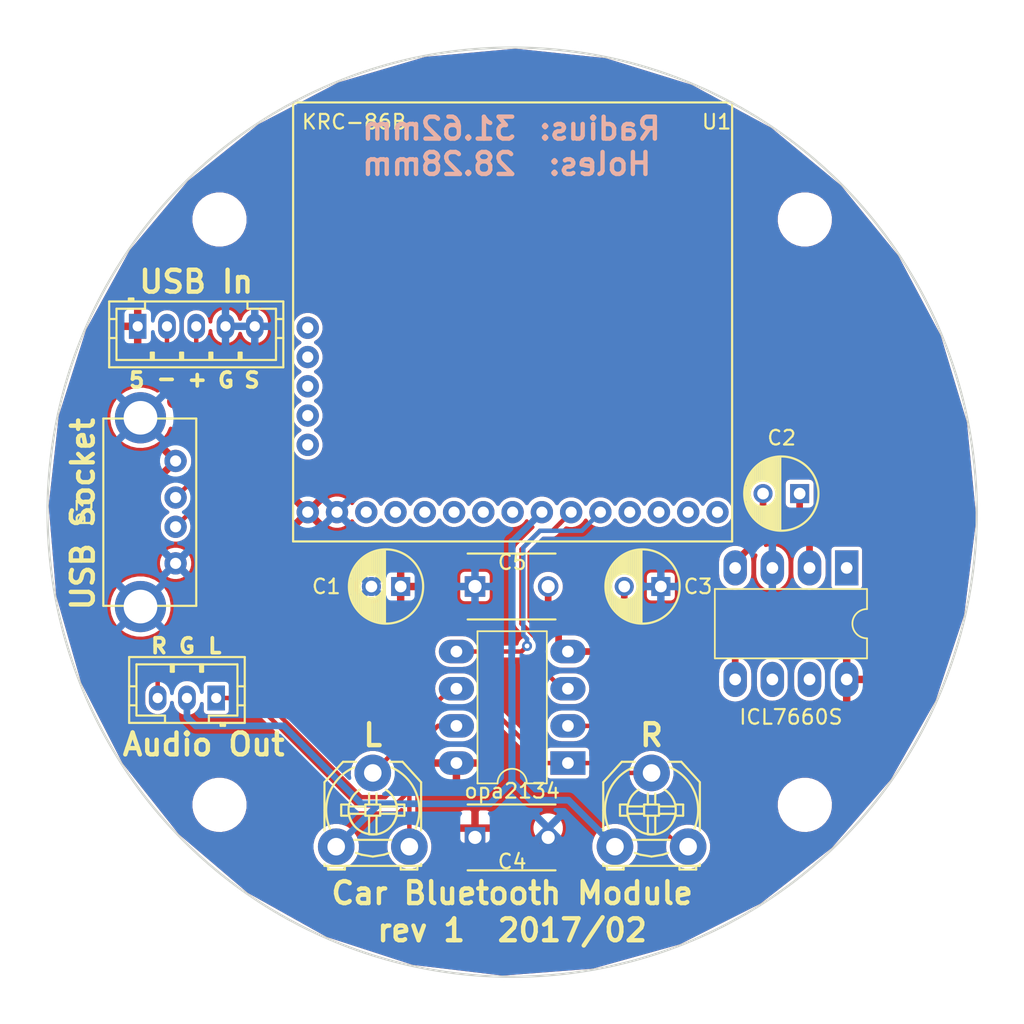
<source format=kicad_pcb>
(kicad_pcb (version 4) (host pcbnew 4.0.5)
  (layers (0 F.Cu signal) (31 B.Cu signal) (34 B.Paste user) (35 F.Paste user) (36 B.SilkS user) (37 F.SilkS user) (38 B.Mask user) (39 F.Mask user) (44 Edge.Cuts user))
  (net 0 "")
  (net 1 +5V)
  (net 2 GND)
  (net 3 "Net-(C2-Pad1)")
  (net 4 "Net-(C2-Pad2)")
  (net 5 -5V)
  (net 6 "Net-(RV1-Pad2)")
  (net 7 OUT_R)
  (net 8 AGND)
  (net 9 "Net-(RV2-Pad2)")
  (net 10 OUT_L)
  (net 11 INT_R)
  (net 12 INT_L)
  (net 13 /D-)
  (net 14 /D+)
  (module Housings_DIP:DIP-8_W7.62mm_LongPads (layer F.Cu) (at 98.81 112.145 180)
    (fp_text reference U3 hide)
    (fp_text value opa2134 (at 3.81 -1.905 360) (layer F.SilkS))
    (fp_arc (start 3.81 -1.39) (end 2.81 -1.39) (angle -180) (layer F.SilkS) (width 0.12))
    (fp_line (start 2.81 -1.39) (end 1.44 -1.39) (layer F.SilkS) (width 0.12))
    (fp_line (start 1.44 -1.39) (end 1.44 9.01) (layer F.SilkS) (width 0.12))
    (fp_line (start 1.44 9.01) (end 6.18 9.01) (layer F.SilkS) (width 0.12))
    (fp_line (start 6.18 9.01) (end 6.18 -1.39) (layer F.SilkS) (width 0.12))
    (fp_line (start 6.18 -1.39) (end 4.81 -1.39) (layer F.SilkS) (width 0.12))
    (pad 1 thru_hole rect (at 0 0 180) (size 2.4 1.6) (drill 0.8) (layers *.Cu *.Mask) (net 7 OUT_R))
    (pad 5 thru_hole oval (at 7.62 7.62 180) (size 2.4 1.6) (drill 0.8) (layers *.Cu *.Mask) (net 12 INT_L))
    (pad 2 thru_hole oval (at 0 2.54 180) (size 2.4 1.6) (drill 0.8) (layers *.Cu *.Mask) (net 6 "Net-(RV1-Pad2)"))
    (pad 6 thru_hole oval (at 7.62 5.08 180) (size 2.4 1.6) (drill 0.8) (layers *.Cu *.Mask) (net 9 "Net-(RV2-Pad2)"))
    (pad 3 thru_hole oval (at 0 5.08 180) (size 2.4 1.6) (drill 0.8) (layers *.Cu *.Mask) (net 11 INT_R))
    (pad 7 thru_hole oval (at 7.62 2.54 180) (size 2.4 1.6) (drill 0.8) (layers *.Cu *.Mask) (net 10 OUT_L))
    (pad 4 thru_hole oval (at 0 7.62 180) (size 2.4 1.6) (drill 0.8) (layers *.Cu *.Mask) (net 5 -5V))
    (pad 8 thru_hole oval (at 7.62 0 180) (size 2.4 1.6) (drill 0.8) (layers *.Cu *.Mask) (net 1 +5V))
  )
  (module Connectors_JST:JST_PH_B3B-PH-K_03x2.00mm_Straight (layer F.Cu) (at 74.775 107.7 180)
    (fp_text reference P1 hide)
    (fp_text value CONN_01X03 hide)
    (fp_line (start -1.95 2.8) (end -1.95 -1.7) (layer F.SilkS) (width 0.15))
    (fp_line (start -1.95 -1.7) (end 5.95 -1.7) (layer F.SilkS) (width 0.15))
    (fp_line (start 5.95 -1.7) (end 5.95 2.8) (layer F.SilkS) (width 0.15))
    (fp_line (start 5.95 2.8) (end -1.95 2.8) (layer F.SilkS) (width 0.15))
    (fp_line (start 0.5 -1.7) (end 0.5 -1.2) (layer F.SilkS) (width 0.15))
    (fp_line (start 0.5 -1.2) (end -1.45 -1.2) (layer F.SilkS) (width 0.15))
    (fp_line (start -1.45 -1.2) (end -1.45 2.3) (layer F.SilkS) (width 0.15))
    (fp_line (start -1.45 2.3) (end 5.45 2.3) (layer F.SilkS) (width 0.15))
    (fp_line (start 5.45 2.3) (end 5.45 -1.2) (layer F.SilkS) (width 0.15))
    (fp_line (start 5.45 -1.2) (end 3.5 -1.2) (layer F.SilkS) (width 0.15))
    (fp_line (start 3.5 -1.2) (end 3.5 -1.7) (layer F.SilkS) (width 0.15))
    (fp_line (start -1.95 -0.5) (end -1.45 -0.5) (layer F.SilkS) (width 0.15))
    (fp_line (start -1.95 0.8) (end -1.45 0.8) (layer F.SilkS) (width 0.15))
    (fp_line (start 5.45 -0.5) (end 5.95 -0.5) (layer F.SilkS) (width 0.15))
    (fp_line (start 5.45 0.8) (end 5.95 0.8) (layer F.SilkS) (width 0.15))
    (fp_line (start -0.3 -1.7) (end -0.3 -1.9) (layer F.SilkS) (width 0.15))
    (fp_line (start -0.3 -1.9) (end -0.6 -1.9) (layer F.SilkS) (width 0.15))
    (fp_line (start -0.6 -1.9) (end -0.6 -1.7) (layer F.SilkS) (width 0.15))
    (fp_line (start -0.3 -1.8) (end -0.6 -1.8) (layer F.SilkS) (width 0.15))
    (fp_line (start 0.9 2.3) (end 0.9 1.8) (layer F.SilkS) (width 0.15))
    (fp_line (start 0.9 1.8) (end 1.1 1.8) (layer F.SilkS) (width 0.15))
    (fp_line (start 1.1 1.8) (end 1.1 2.3) (layer F.SilkS) (width 0.15))
    (fp_line (start 1 2.3) (end 1 1.8) (layer F.SilkS) (width 0.15))
    (fp_line (start 2.9 2.3) (end 2.9 1.8) (layer F.SilkS) (width 0.15))
    (fp_line (start 2.9 1.8) (end 3.1 1.8) (layer F.SilkS) (width 0.15))
    (fp_line (start 3.1 1.8) (end 3.1 2.3) (layer F.SilkS) (width 0.15))
    (fp_line (start 3 2.3) (end 3 1.8) (layer F.SilkS) (width 0.15))
    (pad 1 thru_hole rect (at 0 0 180) (size 1.2 1.7) (drill 0.7) (layers *.Cu *.Mask) (net 10 OUT_L))
    (pad 2 thru_hole oval (at 2 0 180) (size 1.2 1.7) (drill 0.7) (layers *.Cu *.Mask) (net 8 AGND))
    (pad 3 thru_hole oval (at 4 0 180) (size 1.2 1.7) (drill 0.7) (layers *.Cu *.Mask) (net 7 OUT_R))
  )
  (module Mounting_Holes:MountingHole_3.2mm_M3 (layer F.Cu) (at 75 115)
    (fp_text reference REF** hide)
    (fp_text value MountingHole_3.2mm_M3 hide)
    (pad 1 np_thru_hole circle (at 0 0) (size 3.2 3.2) (drill 3.2) (layers *.Cu *.Mask))
  )
  (module Mounting_Holes:MountingHole_3.2mm_M3 (layer F.Cu) (at 115 115)
    (fp_text reference REF** hide)
    (fp_text value MountingHole_3.2mm_M3 hide)
    (pad 1 np_thru_hole circle (at 0 0) (size 3.2 3.2) (drill 3.2) (layers *.Cu *.Mask))
  )
  (module Mounting_Holes:MountingHole_3.2mm_M3 (layer F.Cu) (at 115 75)
    (fp_text reference REF** hide)
    (fp_text value MountingHole_3.2mm_M3 hide)
    (pad 1 np_thru_hole circle (at 0 0) (size 3.2 3.2) (drill 3.2) (layers *.Cu *.Mask))
  )
  (module Capacitors_ThroughHole:C_Radial_D5_L11_P2.5 (layer F.Cu) (at 105.16 100.08 180)
    (fp_text reference C3 (at -2.54 0 180) (layer F.SilkS))
    (fp_text value 10u hide)
    (fp_line (start 1.325 -2.499) (end 1.325 2.499) (layer F.SilkS) (width 0.15))
    (fp_line (start 1.465 -2.491) (end 1.465 2.491) (layer F.SilkS) (width 0.15))
    (fp_line (start 1.605 -2.475) (end 1.605 -0.095) (layer F.SilkS) (width 0.15))
    (fp_line (start 1.605 0.095) (end 1.605 2.475) (layer F.SilkS) (width 0.15))
    (fp_line (start 1.745 -2.451) (end 1.745 -0.49) (layer F.SilkS) (width 0.15))
    (fp_line (start 1.745 0.49) (end 1.745 2.451) (layer F.SilkS) (width 0.15))
    (fp_line (start 1.885 -2.418) (end 1.885 -0.657) (layer F.SilkS) (width 0.15))
    (fp_line (start 1.885 0.657) (end 1.885 2.418) (layer F.SilkS) (width 0.15))
    (fp_line (start 2.025 -2.377) (end 2.025 -0.764) (layer F.SilkS) (width 0.15))
    (fp_line (start 2.025 0.764) (end 2.025 2.377) (layer F.SilkS) (width 0.15))
    (fp_line (start 2.165 -2.327) (end 2.165 -0.835) (layer F.SilkS) (width 0.15))
    (fp_line (start 2.165 0.835) (end 2.165 2.327) (layer F.SilkS) (width 0.15))
    (fp_line (start 2.305 -2.266) (end 2.305 -0.879) (layer F.SilkS) (width 0.15))
    (fp_line (start 2.305 0.879) (end 2.305 2.266) (layer F.SilkS) (width 0.15))
    (fp_line (start 2.445 -2.196) (end 2.445 -0.898) (layer F.SilkS) (width 0.15))
    (fp_line (start 2.445 0.898) (end 2.445 2.196) (layer F.SilkS) (width 0.15))
    (fp_line (start 2.585 -2.114) (end 2.585 -0.896) (layer F.SilkS) (width 0.15))
    (fp_line (start 2.585 0.896) (end 2.585 2.114) (layer F.SilkS) (width 0.15))
    (fp_line (start 2.725 -2.019) (end 2.725 -0.871) (layer F.SilkS) (width 0.15))
    (fp_line (start 2.725 0.871) (end 2.725 2.019) (layer F.SilkS) (width 0.15))
    (fp_line (start 2.865 -1.908) (end 2.865 -0.823) (layer F.SilkS) (width 0.15))
    (fp_line (start 2.865 0.823) (end 2.865 1.908) (layer F.SilkS) (width 0.15))
    (fp_line (start 3.005 -1.78) (end 3.005 -0.745) (layer F.SilkS) (width 0.15))
    (fp_line (start 3.005 0.745) (end 3.005 1.78) (layer F.SilkS) (width 0.15))
    (fp_line (start 3.145 -1.631) (end 3.145 -0.628) (layer F.SilkS) (width 0.15))
    (fp_line (start 3.145 0.628) (end 3.145 1.631) (layer F.SilkS) (width 0.15))
    (fp_line (start 3.285 -1.452) (end 3.285 -0.44) (layer F.SilkS) (width 0.15))
    (fp_line (start 3.285 0.44) (end 3.285 1.452) (layer F.SilkS) (width 0.15))
    (fp_line (start 3.425 -1.233) (end 3.425 1.233) (layer F.SilkS) (width 0.15))
    (fp_line (start 3.565 -0.944) (end 3.565 0.944) (layer F.SilkS) (width 0.15))
    (fp_line (start 3.705 -0.472) (end 3.705 0.472) (layer F.SilkS) (width 0.15))
    (fp_circle (center 2.5 0) (end 2.5 -0.9) (layer F.SilkS) (width 0.15))
    (fp_circle (center 1.25 0) (end 1.25 -2.5375) (layer F.SilkS) (width 0.15))
    (pad 1 thru_hole rect (at 0 0 180) (size 1.3 1.3) (drill 0.8) (layers *.Cu *.Mask) (net 2 GND))
    (pad 2 thru_hole circle (at 2.5 0 180) (size 1.3 1.3) (drill 0.8) (layers *.Cu *.Mask) (net 5 -5V))
  )
  (module BTA:KRC-86B (layer F.Cu) (at 81.03 95)
    (fp_text reference U1 (at 27.94 -26.67) (layer F.SilkS))
    (fp_text value KRC-86B (at 3.175 -26.67) (layer F.SilkS))
    (fp_line (start -1 2) (end 29 2) (layer F.SilkS) (width 0.15))
    (fp_line (start 29 2) (end 29 -28) (layer F.SilkS) (width 0.15))
    (fp_line (start 29 -28) (end -1 -28) (layer F.SilkS) (width 0.15))
    (fp_line (start -1 -28) (end -1 2) (layer F.SilkS) (width 0.15))
    (pad 1 thru_hole circle (at 0 0) (size 1.524 1.524) (drill 0.762) (layers *.Cu *.Mask) (net 1 +5V))
    (pad 2 thru_hole circle (at 2 0) (size 1.524 1.524) (drill 0.762) (layers *.Cu *.Mask) (net 2 GND))
    (pad 3 thru_hole circle (at 4 0) (size 1.524 1.524) (drill 0.762) (layers *.Cu *.Mask))
    (pad 4 thru_hole circle (at 6 0) (size 1.524 1.524) (drill 0.762) (layers *.Cu *.Mask))
    (pad 5 thru_hole circle (at 8 0) (size 1.524 1.524) (drill 0.762) (layers *.Cu *.Mask))
    (pad 6 thru_hole circle (at 10 0) (size 1.524 1.524) (drill 0.762) (layers *.Cu *.Mask))
    (pad 7 thru_hole circle (at 12 0) (size 1.524 1.524) (drill 0.762) (layers *.Cu *.Mask))
    (pad 8 thru_hole circle (at 14 0) (size 1.524 1.524) (drill 0.762) (layers *.Cu *.Mask))
    (pad 9 thru_hole circle (at 16 0) (size 1.524 1.524) (drill 0.762) (layers *.Cu *.Mask) (net 8 AGND))
    (pad 10 thru_hole circle (at 18 0) (size 1.524 1.524) (drill 0.762) (layers *.Cu *.Mask) (net 11 INT_R))
    (pad 11 thru_hole circle (at 20 0) (size 1.524 1.524) (drill 0.762) (layers *.Cu *.Mask) (net 12 INT_L))
    (pad 12 thru_hole circle (at 22 0) (size 1.524 1.524) (drill 0.762) (layers *.Cu *.Mask))
    (pad 13 thru_hole circle (at 24 0) (size 1.524 1.524) (drill 0.762) (layers *.Cu *.Mask))
    (pad 14 thru_hole circle (at 26 0) (size 1.524 1.524) (drill 0.762) (layers *.Cu *.Mask))
    (pad 15 thru_hole circle (at 28 0) (size 1.524 1.524) (drill 0.762) (layers *.Cu *.Mask))
    (pad 20 thru_hole circle (at 0 -4.6) (size 1.524 1.524) (drill 0.762) (layers *.Cu *.Mask))
    (pad 19 thru_hole circle (at 0 -6.6) (size 1.524 1.524) (drill 0.762) (layers *.Cu *.Mask))
    (pad 18 thru_hole circle (at 0 -8.6) (size 1.524 1.524) (drill 0.762) (layers *.Cu *.Mask))
    (pad 17 thru_hole circle (at 0 -10.6) (size 1.524 1.524) (drill 0.762) (layers *.Cu *.Mask))
    (pad 16 thru_hole circle (at 0 -12.6) (size 1.524 1.524) (drill 0.762) (layers *.Cu *.Mask))
  )
  (module Capacitors_ThroughHole:C_Disc_D6_P5 (layer F.Cu) (at 92.46 100.08)
    (fp_text reference C5 (at 2.54 -1.651 180) (layer F.SilkS))
    (fp_text value 1u hide)
    (fp_line (start -0.5 -2.25) (end 5.5 -2.25) (layer F.SilkS) (width 0.15))
    (fp_line (start 5.5 2.25) (end -0.5 2.25) (layer F.SilkS) (width 0.15))
    (pad 1 thru_hole rect (at 0 0) (size 1.4 1.4) (drill 0.9) (layers *.Cu *.Mask) (net 2 GND))
    (pad 2 thru_hole circle (at 5 0) (size 1.4 1.4) (drill 0.9) (layers *.Cu *.Mask) (net 5 -5V))
  )
  (module Capacitors_ThroughHole:C_Radial_D5_L11_P2 (layer F.Cu) (at 87.38 100.08 180)
    (fp_text reference C1 (at 5.08 0 360) (layer F.SilkS))
    (fp_text value 470u hide)
    (fp_line (start 1.075 -2.499) (end 1.075 2.499) (layer F.SilkS) (width 0.15))
    (fp_line (start 1.215 -2.491) (end 1.215 -0.154) (layer F.SilkS) (width 0.15))
    (fp_line (start 1.215 0.154) (end 1.215 2.491) (layer F.SilkS) (width 0.15))
    (fp_line (start 1.355 -2.475) (end 1.355 -0.473) (layer F.SilkS) (width 0.15))
    (fp_line (start 1.355 0.473) (end 1.355 2.475) (layer F.SilkS) (width 0.15))
    (fp_line (start 1.495 -2.451) (end 1.495 -0.62) (layer F.SilkS) (width 0.15))
    (fp_line (start 1.495 0.62) (end 1.495 2.451) (layer F.SilkS) (width 0.15))
    (fp_line (start 1.635 -2.418) (end 1.635 -0.712) (layer F.SilkS) (width 0.15))
    (fp_line (start 1.635 0.712) (end 1.635 2.418) (layer F.SilkS) (width 0.15))
    (fp_line (start 1.775 -2.377) (end 1.775 -0.768) (layer F.SilkS) (width 0.15))
    (fp_line (start 1.775 0.768) (end 1.775 2.377) (layer F.SilkS) (width 0.15))
    (fp_line (start 1.915 -2.327) (end 1.915 -0.795) (layer F.SilkS) (width 0.15))
    (fp_line (start 1.915 0.795) (end 1.915 2.327) (layer F.SilkS) (width 0.15))
    (fp_line (start 2.055 -2.266) (end 2.055 -0.798) (layer F.SilkS) (width 0.15))
    (fp_line (start 2.055 0.798) (end 2.055 2.266) (layer F.SilkS) (width 0.15))
    (fp_line (start 2.195 -2.196) (end 2.195 -0.776) (layer F.SilkS) (width 0.15))
    (fp_line (start 2.195 0.776) (end 2.195 2.196) (layer F.SilkS) (width 0.15))
    (fp_line (start 2.335 -2.114) (end 2.335 -0.726) (layer F.SilkS) (width 0.15))
    (fp_line (start 2.335 0.726) (end 2.335 2.114) (layer F.SilkS) (width 0.15))
    (fp_line (start 2.475 -2.019) (end 2.475 -0.644) (layer F.SilkS) (width 0.15))
    (fp_line (start 2.475 0.644) (end 2.475 2.019) (layer F.SilkS) (width 0.15))
    (fp_line (start 2.615 -1.908) (end 2.615 -0.512) (layer F.SilkS) (width 0.15))
    (fp_line (start 2.615 0.512) (end 2.615 1.908) (layer F.SilkS) (width 0.15))
    (fp_line (start 2.755 -1.78) (end 2.755 -0.265) (layer F.SilkS) (width 0.15))
    (fp_line (start 2.755 0.265) (end 2.755 1.78) (layer F.SilkS) (width 0.15))
    (fp_line (start 2.895 -1.631) (end 2.895 1.631) (layer F.SilkS) (width 0.15))
    (fp_line (start 3.035 -1.452) (end 3.035 1.452) (layer F.SilkS) (width 0.15))
    (fp_line (start 3.175 -1.233) (end 3.175 1.233) (layer F.SilkS) (width 0.15))
    (fp_line (start 3.315 -0.944) (end 3.315 0.944) (layer F.SilkS) (width 0.15))
    (fp_line (start 3.455 -0.472) (end 3.455 0.472) (layer F.SilkS) (width 0.15))
    (fp_circle (center 2 0) (end 2 -0.8) (layer F.SilkS) (width 0.15))
    (fp_circle (center 1 0) (end 1 -2.5375) (layer F.SilkS) (width 0.15))
    (pad 1 thru_hole rect (at 0 0 180) (size 1.3 1.3) (drill 0.8) (layers *.Cu *.Mask) (net 1 +5V))
    (pad 2 thru_hole circle (at 2 0 180) (size 1.3 1.3) (drill 0.8) (layers *.Cu *.Mask) (net 2 GND))
  )
  (module Capacitors_ThroughHole:C_Disc_D6_P5 (layer F.Cu) (at 92.46 117.225)
    (fp_text reference C4 (at 2.54 1.651 180) (layer F.SilkS))
    (fp_text value 1u hide)
    (fp_line (start -0.5 -2.25) (end 5.5 -2.25) (layer F.SilkS) (width 0.15))
    (fp_line (start 5.5 2.25) (end -0.5 2.25) (layer F.SilkS) (width 0.15))
    (pad 1 thru_hole rect (at 0 0) (size 1.4 1.4) (drill 0.9) (layers *.Cu *.Mask) (net 1 +5V))
    (pad 2 thru_hole circle (at 5 0) (size 1.4 1.4) (drill 0.9) (layers *.Cu *.Mask) (net 2 GND))
  )
  (module Connectors_JST:JST_PH_B5B-PH-K_05x2.00mm_Straight (layer F.Cu) (at 69.41 82.3)
    (fp_text reference P2 hide)
    (fp_text value USB_B hide)
    (fp_line (start -1.95 2.8) (end -1.95 -1.7) (layer F.SilkS) (width 0.15))
    (fp_line (start -1.95 -1.7) (end 9.95 -1.7) (layer F.SilkS) (width 0.15))
    (fp_line (start 9.95 -1.7) (end 9.95 2.8) (layer F.SilkS) (width 0.15))
    (fp_line (start 9.95 2.8) (end -1.95 2.8) (layer F.SilkS) (width 0.15))
    (fp_line (start 0.5 -1.7) (end 0.5 -1.2) (layer F.SilkS) (width 0.15))
    (fp_line (start 0.5 -1.2) (end -1.45 -1.2) (layer F.SilkS) (width 0.15))
    (fp_line (start -1.45 -1.2) (end -1.45 2.3) (layer F.SilkS) (width 0.15))
    (fp_line (start -1.45 2.3) (end 9.45 2.3) (layer F.SilkS) (width 0.15))
    (fp_line (start 9.45 2.3) (end 9.45 -1.2) (layer F.SilkS) (width 0.15))
    (fp_line (start 9.45 -1.2) (end 7.5 -1.2) (layer F.SilkS) (width 0.15))
    (fp_line (start 7.5 -1.2) (end 7.5 -1.7) (layer F.SilkS) (width 0.15))
    (fp_line (start -1.95 -0.5) (end -1.45 -0.5) (layer F.SilkS) (width 0.15))
    (fp_line (start -1.95 0.8) (end -1.45 0.8) (layer F.SilkS) (width 0.15))
    (fp_line (start 9.45 -0.5) (end 9.95 -0.5) (layer F.SilkS) (width 0.15))
    (fp_line (start 9.45 0.8) (end 9.95 0.8) (layer F.SilkS) (width 0.15))
    (fp_line (start -0.3 -1.7) (end -0.3 -1.9) (layer F.SilkS) (width 0.15))
    (fp_line (start -0.3 -1.9) (end -0.6 -1.9) (layer F.SilkS) (width 0.15))
    (fp_line (start -0.6 -1.9) (end -0.6 -1.7) (layer F.SilkS) (width 0.15))
    (fp_line (start -0.3 -1.8) (end -0.6 -1.8) (layer F.SilkS) (width 0.15))
    (fp_line (start 0.9 2.3) (end 0.9 1.8) (layer F.SilkS) (width 0.15))
    (fp_line (start 0.9 1.8) (end 1.1 1.8) (layer F.SilkS) (width 0.15))
    (fp_line (start 1.1 1.8) (end 1.1 2.3) (layer F.SilkS) (width 0.15))
    (fp_line (start 1 2.3) (end 1 1.8) (layer F.SilkS) (width 0.15))
    (fp_line (start 2.9 2.3) (end 2.9 1.8) (layer F.SilkS) (width 0.15))
    (fp_line (start 2.9 1.8) (end 3.1 1.8) (layer F.SilkS) (width 0.15))
    (fp_line (start 3.1 1.8) (end 3.1 2.3) (layer F.SilkS) (width 0.15))
    (fp_line (start 3 2.3) (end 3 1.8) (layer F.SilkS) (width 0.15))
    (fp_line (start 4.9 2.3) (end 4.9 1.8) (layer F.SilkS) (width 0.15))
    (fp_line (start 4.9 1.8) (end 5.1 1.8) (layer F.SilkS) (width 0.15))
    (fp_line (start 5.1 1.8) (end 5.1 2.3) (layer F.SilkS) (width 0.15))
    (fp_line (start 5 2.3) (end 5 1.8) (layer F.SilkS) (width 0.15))
    (fp_line (start 6.9 2.3) (end 6.9 1.8) (layer F.SilkS) (width 0.15))
    (fp_line (start 6.9 1.8) (end 7.1 1.8) (layer F.SilkS) (width 0.15))
    (fp_line (start 7.1 1.8) (end 7.1 2.3) (layer F.SilkS) (width 0.15))
    (fp_line (start 7 2.3) (end 7 1.8) (layer F.SilkS) (width 0.15))
    (pad 1 thru_hole rect (at 0 0) (size 1.2 1.7) (drill 0.7) (layers *.Cu *.Mask) (net 1 +5V))
    (pad 2 thru_hole oval (at 2 0) (size 1.2 1.7) (drill 0.7) (layers *.Cu *.Mask) (net 13 /D-))
    (pad 3 thru_hole oval (at 4 0) (size 1.2 1.7) (drill 0.7) (layers *.Cu *.Mask) (net 14 /D+))
    (pad 4 thru_hole oval (at 6 0) (size 1.2 1.7) (drill 0.7) (layers *.Cu *.Mask) (net 2 GND))
    (pad 5 thru_hole oval (at 8 0) (size 1.2 1.7) (drill 0.7) (layers *.Cu *.Mask) (net 2 GND))
  )
  (module Potentiometers:Potentiometer_Triwood_RM-065 (layer F.Cu) (at 102.02564 117.86)
    (fp_text reference RV1 hide)
    (fp_text value 50k hide)
    (fp_line (start 2.24536 -2.88036) (end 2.24536 -3.64236) (layer F.SilkS) (width 0.15))
    (fp_line (start 2.75336 -2.88036) (end 2.75336 -3.64236) (layer F.SilkS) (width 0.15))
    (fp_arc (start 2.49936 -2.49936) (end 4.15036 -2.24536) (angle 90) (layer F.SilkS) (width 0.15))
    (fp_arc (start 2.49936 -2.49936) (end 2.62636 -0.84836) (angle 90) (layer F.SilkS) (width 0.15))
    (fp_arc (start 2.49936 -2.49936) (end 3.38836 -3.89636) (angle 90) (layer F.SilkS) (width 0.15))
    (fp_arc (start 2.49936 -2.49936) (end 1.10236 -1.61036) (angle 90) (layer F.SilkS) (width 0.15))
    (fp_line (start -0.80264 1.31064) (end -0.80264 1.18364) (layer F.SilkS) (width 0.15))
    (fp_line (start -0.80264 -2.49936) (end -0.80264 -1.10236) (layer F.SilkS) (width 0.15))
    (fp_line (start 5.80136 1.31064) (end 5.80136 1.18364) (layer F.SilkS) (width 0.15))
    (fp_line (start 5.80136 -2.49936) (end 5.80136 -1.10236) (layer F.SilkS) (width 0.15))
    (fp_line (start 1.35636 0.42164) (end 1.73736 0.54864) (layer F.SilkS) (width 0.15))
    (fp_line (start 1.73736 0.54864) (end 2.49936 0.67564) (layer F.SilkS) (width 0.15))
    (fp_line (start 2.49936 0.67564) (end 3.26136 0.54864) (layer F.SilkS) (width 0.15))
    (fp_line (start 3.26136 0.54864) (end 3.64236 0.42164) (layer F.SilkS) (width 0.15))
    (fp_line (start 1.22936 -0.46736) (end 3.76936 -0.46736) (layer F.SilkS) (width 0.15))
    (fp_arc (start 2.49936 -2.49936) (end 3.76936 -5.42036) (angle 90) (layer F.SilkS) (width 0.15))
    (fp_arc (start 2.49936 -2.49936) (end -0.42164 -1.22936) (angle 90) (layer F.SilkS) (width 0.15))
    (fp_line (start 4.53136 -5.80136) (end 3.64236 -5.80136) (layer F.SilkS) (width 0.15))
    (fp_line (start 1.35636 -5.80136) (end 0.46736 -5.80136) (layer F.SilkS) (width 0.15))
    (fp_line (start 4.15036 -2.88036) (end 4.65836 -2.88036) (layer F.SilkS) (width 0.15))
    (fp_line (start 4.65836 -2.88036) (end 4.65836 -2.11836) (layer F.SilkS) (width 0.15))
    (fp_line (start 4.65836 -2.11836) (end 4.15036 -2.11836) (layer F.SilkS) (width 0.15))
    (fp_line (start 0.84836 -2.88036) (end 0.34036 -2.88036) (layer F.SilkS) (width 0.15))
    (fp_line (start 0.34036 -2.88036) (end 0.34036 -2.11836) (layer F.SilkS) (width 0.15))
    (fp_line (start 0.34036 -2.11836) (end 0.84836 -2.11836) (layer F.SilkS) (width 0.15))
    (fp_line (start 3.00736 -2.24536) (end 4.15036 -2.24536) (layer F.SilkS) (width 0.15))
    (fp_line (start 3.00736 -2.75336) (end 4.15036 -2.75336) (layer F.SilkS) (width 0.15))
    (fp_line (start 1.99136 -2.24536) (end 0.84836 -2.24536) (layer F.SilkS) (width 0.15))
    (fp_line (start 1.99136 -2.75336) (end 0.84836 -2.75336) (layer F.SilkS) (width 0.15))
    (fp_line (start 2.75336 -2.11836) (end 2.75336 -0.84836) (layer F.SilkS) (width 0.15))
    (fp_line (start 2.24536 -2.11836) (end 2.24536 -0.84836) (layer F.SilkS) (width 0.15))
    (fp_line (start 1.99136 -2.88036) (end 1.99136 -2.11836) (layer F.SilkS) (width 0.15))
    (fp_line (start 1.99136 -2.11836) (end 3.00736 -2.11836) (layer F.SilkS) (width 0.15))
    (fp_line (start 3.00736 -2.11836) (end 3.00736 -2.88036) (layer F.SilkS) (width 0.15))
    (fp_line (start 3.00736 -2.88036) (end 1.99136 -2.88036) (layer F.SilkS) (width 0.15))
    (fp_line (start 0.46736 -5.80136) (end -0.80264 -4.40436) (layer F.SilkS) (width 0.15))
    (fp_line (start -0.80264 -4.40436) (end -0.80264 -2.49936) (layer F.SilkS) (width 0.15))
    (fp_line (start 4.53136 -5.80136) (end 5.80136 -4.40436) (layer F.SilkS) (width 0.15))
    (fp_line (start 5.80136 -4.40436) (end 5.80136 -2.49936) (layer F.SilkS) (width 0.15))
    (fp_line (start 5.54736 1.31064) (end 5.54736 1.56464) (layer F.SilkS) (width 0.15))
    (fp_line (start 5.54736 1.56464) (end 4.40436 1.56464) (layer F.SilkS) (width 0.15))
    (fp_line (start 4.40436 1.56464) (end 4.40436 1.31064) (layer F.SilkS) (width 0.15))
    (fp_line (start -0.54864 1.31064) (end -0.54864 1.56464) (layer F.SilkS) (width 0.15))
    (fp_line (start -0.54864 1.56464) (end 0.59436 1.56464) (layer F.SilkS) (width 0.15))
    (fp_line (start 0.59436 1.56464) (end 0.59436 1.31064) (layer F.SilkS) (width 0.15))
    (fp_line (start -0.80264 1.31064) (end 5.80136 1.31064) (layer F.SilkS) (width 0.15))
    (pad 2 thru_hole circle (at 2.49936 -5.03936) (size 2.49936 2.49936) (drill 1.19888) (layers *.Cu *.Mask) (net 6 "Net-(RV1-Pad2)"))
    (pad 3 thru_hole circle (at 4.99872 0) (size 2.49936 2.49936) (drill 1.19888) (layers *.Cu *.Mask) (net 7 OUT_R))
    (pad 1 thru_hole circle (at 0 0) (size 2.49936 2.49936) (drill 1.19888) (layers *.Cu *.Mask) (net 8 AGND))
  )
  (module Potentiometers:Potentiometer_Triwood_RM-065 (layer F.Cu) (at 82.97564 117.86)
    (fp_text reference RV2 hide)
    (fp_text value 50k hide)
    (fp_line (start 2.24536 -2.88036) (end 2.24536 -3.64236) (layer F.SilkS) (width 0.15))
    (fp_line (start 2.75336 -2.88036) (end 2.75336 -3.64236) (layer F.SilkS) (width 0.15))
    (fp_arc (start 2.49936 -2.49936) (end 4.15036 -2.24536) (angle 90) (layer F.SilkS) (width 0.15))
    (fp_arc (start 2.49936 -2.49936) (end 2.62636 -0.84836) (angle 90) (layer F.SilkS) (width 0.15))
    (fp_arc (start 2.49936 -2.49936) (end 3.38836 -3.89636) (angle 90) (layer F.SilkS) (width 0.15))
    (fp_arc (start 2.49936 -2.49936) (end 1.10236 -1.61036) (angle 90) (layer F.SilkS) (width 0.15))
    (fp_line (start -0.80264 1.31064) (end -0.80264 1.18364) (layer F.SilkS) (width 0.15))
    (fp_line (start -0.80264 -2.49936) (end -0.80264 -1.10236) (layer F.SilkS) (width 0.15))
    (fp_line (start 5.80136 1.31064) (end 5.80136 1.18364) (layer F.SilkS) (width 0.15))
    (fp_line (start 5.80136 -2.49936) (end 5.80136 -1.10236) (layer F.SilkS) (width 0.15))
    (fp_line (start 1.35636 0.42164) (end 1.73736 0.54864) (layer F.SilkS) (width 0.15))
    (fp_line (start 1.73736 0.54864) (end 2.49936 0.67564) (layer F.SilkS) (width 0.15))
    (fp_line (start 2.49936 0.67564) (end 3.26136 0.54864) (layer F.SilkS) (width 0.15))
    (fp_line (start 3.26136 0.54864) (end 3.64236 0.42164) (layer F.SilkS) (width 0.15))
    (fp_line (start 1.22936 -0.46736) (end 3.76936 -0.46736) (layer F.SilkS) (width 0.15))
    (fp_arc (start 2.49936 -2.49936) (end 3.76936 -5.42036) (angle 90) (layer F.SilkS) (width 0.15))
    (fp_arc (start 2.49936 -2.49936) (end -0.42164 -1.22936) (angle 90) (layer F.SilkS) (width 0.15))
    (fp_line (start 4.53136 -5.80136) (end 3.64236 -5.80136) (layer F.SilkS) (width 0.15))
    (fp_line (start 1.35636 -5.80136) (end 0.46736 -5.80136) (layer F.SilkS) (width 0.15))
    (fp_line (start 4.15036 -2.88036) (end 4.65836 -2.88036) (layer F.SilkS) (width 0.15))
    (fp_line (start 4.65836 -2.88036) (end 4.65836 -2.11836) (layer F.SilkS) (width 0.15))
    (fp_line (start 4.65836 -2.11836) (end 4.15036 -2.11836) (layer F.SilkS) (width 0.15))
    (fp_line (start 0.84836 -2.88036) (end 0.34036 -2.88036) (layer F.SilkS) (width 0.15))
    (fp_line (start 0.34036 -2.88036) (end 0.34036 -2.11836) (layer F.SilkS) (width 0.15))
    (fp_line (start 0.34036 -2.11836) (end 0.84836 -2.11836) (layer F.SilkS) (width 0.15))
    (fp_line (start 3.00736 -2.24536) (end 4.15036 -2.24536) (layer F.SilkS) (width 0.15))
    (fp_line (start 3.00736 -2.75336) (end 4.15036 -2.75336) (layer F.SilkS) (width 0.15))
    (fp_line (start 1.99136 -2.24536) (end 0.84836 -2.24536) (layer F.SilkS) (width 0.15))
    (fp_line (start 1.99136 -2.75336) (end 0.84836 -2.75336) (layer F.SilkS) (width 0.15))
    (fp_line (start 2.75336 -2.11836) (end 2.75336 -0.84836) (layer F.SilkS) (width 0.15))
    (fp_line (start 2.24536 -2.11836) (end 2.24536 -0.84836) (layer F.SilkS) (width 0.15))
    (fp_line (start 1.99136 -2.88036) (end 1.99136 -2.11836) (layer F.SilkS) (width 0.15))
    (fp_line (start 1.99136 -2.11836) (end 3.00736 -2.11836) (layer F.SilkS) (width 0.15))
    (fp_line (start 3.00736 -2.11836) (end 3.00736 -2.88036) (layer F.SilkS) (width 0.15))
    (fp_line (start 3.00736 -2.88036) (end 1.99136 -2.88036) (layer F.SilkS) (width 0.15))
    (fp_line (start 0.46736 -5.80136) (end -0.80264 -4.40436) (layer F.SilkS) (width 0.15))
    (fp_line (start -0.80264 -4.40436) (end -0.80264 -2.49936) (layer F.SilkS) (width 0.15))
    (fp_line (start 4.53136 -5.80136) (end 5.80136 -4.40436) (layer F.SilkS) (width 0.15))
    (fp_line (start 5.80136 -4.40436) (end 5.80136 -2.49936) (layer F.SilkS) (width 0.15))
    (fp_line (start 5.54736 1.31064) (end 5.54736 1.56464) (layer F.SilkS) (width 0.15))
    (fp_line (start 5.54736 1.56464) (end 4.40436 1.56464) (layer F.SilkS) (width 0.15))
    (fp_line (start 4.40436 1.56464) (end 4.40436 1.31064) (layer F.SilkS) (width 0.15))
    (fp_line (start -0.54864 1.31064) (end -0.54864 1.56464) (layer F.SilkS) (width 0.15))
    (fp_line (start -0.54864 1.56464) (end 0.59436 1.56464) (layer F.SilkS) (width 0.15))
    (fp_line (start 0.59436 1.56464) (end 0.59436 1.31064) (layer F.SilkS) (width 0.15))
    (fp_line (start -0.80264 1.31064) (end 5.80136 1.31064) (layer F.SilkS) (width 0.15))
    (pad 2 thru_hole circle (at 2.49936 -5.03936) (size 2.49936 2.49936) (drill 1.19888) (layers *.Cu *.Mask) (net 9 "Net-(RV2-Pad2)"))
    (pad 3 thru_hole circle (at 4.99872 0) (size 2.49936 2.49936) (drill 1.19888) (layers *.Cu *.Mask) (net 10 OUT_L))
    (pad 1 thru_hole circle (at 0 0) (size 2.49936 2.49936) (drill 1.19888) (layers *.Cu *.Mask) (net 8 AGND))
  )
  (module Housings_DIP:DIP-8_W7.62mm_LongPads (layer F.Cu) (at 117.86 98.81 270)
    (fp_text reference U2 hide)
    (fp_text value ICL7660S (at 10.19 3.81 360) (layer F.SilkS))
    (fp_arc (start 3.81 -1.39) (end 2.81 -1.39) (angle -180) (layer F.SilkS) (width 0.12))
    (fp_line (start 2.81 -1.39) (end 1.44 -1.39) (layer F.SilkS) (width 0.12))
    (fp_line (start 1.44 -1.39) (end 1.44 9.01) (layer F.SilkS) (width 0.12))
    (fp_line (start 1.44 9.01) (end 6.18 9.01) (layer F.SilkS) (width 0.12))
    (fp_line (start 6.18 9.01) (end 6.18 -1.39) (layer F.SilkS) (width 0.12))
    (fp_line (start 6.18 -1.39) (end 4.81 -1.39) (layer F.SilkS) (width 0.12))
    (pad 1 thru_hole rect (at 0 0 270) (size 2.4 1.6) (drill 0.8) (layers *.Cu *.Mask))
    (pad 5 thru_hole oval (at 7.62 7.62 270) (size 2.4 1.6) (drill 0.8) (layers *.Cu *.Mask) (net 5 -5V))
    (pad 2 thru_hole oval (at 0 2.54 270) (size 2.4 1.6) (drill 0.8) (layers *.Cu *.Mask) (net 3 "Net-(C2-Pad1)"))
    (pad 6 thru_hole oval (at 7.62 5.08 270) (size 2.4 1.6) (drill 0.8) (layers *.Cu *.Mask))
    (pad 3 thru_hole oval (at 0 5.08 270) (size 2.4 1.6) (drill 0.8) (layers *.Cu *.Mask) (net 2 GND))
    (pad 7 thru_hole oval (at 7.62 2.54 270) (size 2.4 1.6) (drill 0.8) (layers *.Cu *.Mask))
    (pad 4 thru_hole oval (at 0 7.62 270) (size 2.4 1.6) (drill 0.8) (layers *.Cu *.Mask) (net 4 "Net-(C2-Pad2)"))
    (pad 8 thru_hole oval (at 7.62 0 270) (size 2.4 1.6) (drill 0.8) (layers *.Cu *.Mask) (net 1 +5V))
  )
  (module Capacitors_ThroughHole:C_Radial_D5_L11_P2.5 (layer F.Cu) (at 114.645 93.73 180)
    (fp_text reference C2 (at 1.23 3.81 180) (layer F.SilkS))
    (fp_text value 10u hide)
    (fp_line (start 1.325 -2.499) (end 1.325 2.499) (layer F.SilkS) (width 0.15))
    (fp_line (start 1.465 -2.491) (end 1.465 2.491) (layer F.SilkS) (width 0.15))
    (fp_line (start 1.605 -2.475) (end 1.605 -0.095) (layer F.SilkS) (width 0.15))
    (fp_line (start 1.605 0.095) (end 1.605 2.475) (layer F.SilkS) (width 0.15))
    (fp_line (start 1.745 -2.451) (end 1.745 -0.49) (layer F.SilkS) (width 0.15))
    (fp_line (start 1.745 0.49) (end 1.745 2.451) (layer F.SilkS) (width 0.15))
    (fp_line (start 1.885 -2.418) (end 1.885 -0.657) (layer F.SilkS) (width 0.15))
    (fp_line (start 1.885 0.657) (end 1.885 2.418) (layer F.SilkS) (width 0.15))
    (fp_line (start 2.025 -2.377) (end 2.025 -0.764) (layer F.SilkS) (width 0.15))
    (fp_line (start 2.025 0.764) (end 2.025 2.377) (layer F.SilkS) (width 0.15))
    (fp_line (start 2.165 -2.327) (end 2.165 -0.835) (layer F.SilkS) (width 0.15))
    (fp_line (start 2.165 0.835) (end 2.165 2.327) (layer F.SilkS) (width 0.15))
    (fp_line (start 2.305 -2.266) (end 2.305 -0.879) (layer F.SilkS) (width 0.15))
    (fp_line (start 2.305 0.879) (end 2.305 2.266) (layer F.SilkS) (width 0.15))
    (fp_line (start 2.445 -2.196) (end 2.445 -0.898) (layer F.SilkS) (width 0.15))
    (fp_line (start 2.445 0.898) (end 2.445 2.196) (layer F.SilkS) (width 0.15))
    (fp_line (start 2.585 -2.114) (end 2.585 -0.896) (layer F.SilkS) (width 0.15))
    (fp_line (start 2.585 0.896) (end 2.585 2.114) (layer F.SilkS) (width 0.15))
    (fp_line (start 2.725 -2.019) (end 2.725 -0.871) (layer F.SilkS) (width 0.15))
    (fp_line (start 2.725 0.871) (end 2.725 2.019) (layer F.SilkS) (width 0.15))
    (fp_line (start 2.865 -1.908) (end 2.865 -0.823) (layer F.SilkS) (width 0.15))
    (fp_line (start 2.865 0.823) (end 2.865 1.908) (layer F.SilkS) (width 0.15))
    (fp_line (start 3.005 -1.78) (end 3.005 -0.745) (layer F.SilkS) (width 0.15))
    (fp_line (start 3.005 0.745) (end 3.005 1.78) (layer F.SilkS) (width 0.15))
    (fp_line (start 3.145 -1.631) (end 3.145 -0.628) (layer F.SilkS) (width 0.15))
    (fp_line (start 3.145 0.628) (end 3.145 1.631) (layer F.SilkS) (width 0.15))
    (fp_line (start 3.285 -1.452) (end 3.285 -0.44) (layer F.SilkS) (width 0.15))
    (fp_line (start 3.285 0.44) (end 3.285 1.452) (layer F.SilkS) (width 0.15))
    (fp_line (start 3.425 -1.233) (end 3.425 1.233) (layer F.SilkS) (width 0.15))
    (fp_line (start 3.565 -0.944) (end 3.565 0.944) (layer F.SilkS) (width 0.15))
    (fp_line (start 3.705 -0.472) (end 3.705 0.472) (layer F.SilkS) (width 0.15))
    (fp_circle (center 2.5 0) (end 2.5 -0.9) (layer F.SilkS) (width 0.15))
    (fp_circle (center 1.25 0) (end 1.25 -2.5375) (layer F.SilkS) (width 0.15))
    (pad 1 thru_hole rect (at 0 0 180) (size 1.3 1.3) (drill 0.8) (layers *.Cu *.Mask) (net 3 "Net-(C2-Pad1)"))
    (pad 2 thru_hole circle (at 2.5 0 180) (size 1.3 1.3) (drill 0.8) (layers *.Cu *.Mask) (net 4 "Net-(C2-Pad2)"))
  )
  (module Mounting_Holes:MountingHole_3.2mm_M3 (layer F.Cu) (at 75 75)
    (fp_text reference REF** hide)
    (fp_text value MountingHole_3.2mm_M3 hide)
    (pad 1 np_thru_hole circle (at 0 0) (size 3.2 3.2) (drill 3.2) (layers *.Cu *.Mask))
  )
  (module BTA:USB_A_Fem_Vert (layer F.Cu) (at 69.6 95 270)
    (fp_text reference P3 (at 0 3.81 270) (layer F.SilkS))
    (fp_text value USB_A hide)
    (fp_line (start 6.4 -3.81) (end 6.4 2.54) (layer F.SilkS) (width 0.15))
    (fp_line (start -6.4 2.54) (end -6.4 -3.81) (layer F.SilkS) (width 0.15))
    (fp_line (start -6.4 2.54) (end 6.4 2.54) (layer F.SilkS) (width 0.15))
    (fp_line (start -6.4 -3.81) (end 6.4 -3.81) (layer F.SilkS) (width 0.15))
    (pad 1 thru_hole circle (at -3.5 -2.4 270) (size 1.524 1.524) (drill 0.762) (layers *.Cu *.Mask) (net 1 +5V))
    (pad 2 thru_hole circle (at -1 -2.4 270) (size 1.524 1.524) (drill 0.762) (layers *.Cu *.Mask) (net 13 /D-))
    (pad 3 thru_hole circle (at 1 -2.4 270) (size 1.524 1.524) (drill 0.762) (layers *.Cu *.Mask) (net 14 /D+))
    (pad 4 thru_hole circle (at 3.5 -2.4 270) (size 1.524 1.524) (drill 0.762) (layers *.Cu *.Mask) (net 2 GND))
    (pad 5 thru_hole circle (at -6.45 0 270) (size 3.5 3.5) (drill 2.3) (layers *.Cu *.Mask) (net 2 GND))
    (pad 5 thru_hole circle (at 6.45 0 270) (size 3.5 3.5) (drill 2.3) (layers *.Cu *.Mask) (net 2 GND))
  )
  (gr_text "31.62mm\n28.28mm" (at 90 70) (layer B.SilkS) (effects (font (size 1.5 1.5) (thickness 0.3)) (justify mirror)))
  (gr_text "Radius:\nHoles:" (at 101 70) (layer B.SilkS) (effects (font (size 1.5 1.5) (thickness 0.3)) (justify mirror)))
  (gr_circle (center 95 95) (end 120.4 114.05) (layer Edge.Cuts) (width 0.15))
  (gr_text "USB Socket" (at 65.663 95.127 90) (layer F.SilkS) (effects (font (size 1.5 1.5) (thickness 0.3))))
  (gr_text "Audio Out" (at 73.918 110.875) (layer F.SilkS) (effects (font (size 1.5 1.5) (thickness 0.3))))
  (gr_text "USB In" (at 73.41 79.252) (layer F.SilkS) (effects (font (size 1.5 1.5) (thickness 0.3))))
  (gr_text "rev 1  2017/02" (at 95 123.575) (layer F.SilkS) (effects (font (size 1.5 1.5) (thickness 0.3))))
  (gr_text "Car Bluetooth Module" (at 95 121.035) (layer F.SilkS) (effects (font (size 1.5 1.5) (thickness 0.3))))
  (gr_text R (at 104.525 110.24) (layer F.SilkS) (effects (font (size 1.5 1.5) (thickness 0.3))))
  (gr_text L (at 85.475 110.24) (layer F.SilkS) (effects (font (size 1.5 1.5) (thickness 0.3))))
  (gr_text S (at 77.22 85.983) (layer F.SilkS) (effects (font (size 1.016 1.016) (thickness 0.254))))
  (gr_text - (at 71.378 85.856) (layer F.SilkS) (effects (font (size 1.016 1.016) (thickness 0.254))))
  (gr_text + (at 73.41 85.983 90) (layer F.SilkS) (effects (font (size 1.016 1.016) (thickness 0.254))))
  (gr_text 5 (at 69.346 85.983) (layer F.SilkS) (effects (font (size 1.016 1.016) (thickness 0.254))))
  (gr_text G (at 75.442 85.983) (layer F.SilkS) (effects (font (size 1.016 1.016) (thickness 0.254))))
  (gr_text L (at 74.68 104.144) (layer F.SilkS) (effects (font (size 1.016 1.016) (thickness 0.254))))
  (gr_text G (at 72.775 104.144) (layer F.SilkS) (effects (font (size 1.016 1.016) (thickness 0.254))))
  (gr_text R (at 70.87 104.144) (layer F.SilkS) (effects (font (size 1.016 1.016) (thickness 0.254))))
  (segment (start 91.19 112.145) (end 90.79 112.145) (width 0.3556) (layer B.Cu) (net 1))
  (segment (start 112.78 98.81) (end 112.78 99.21) (width 0.4572) (layer F.Cu) (net 2))
  (segment (start 115.32 98.81) (end 115.32 97.1528) (width 0.4572) (layer F.Cu) (net 3))
  (segment (start 114.645 96.4778) (end 114.645 93.73) (width 0.4572) (layer F.Cu) (net 3))
  (segment (start 115.32 97.1528) (end 114.645 96.4778) (width 0.4572) (layer F.Cu) (net 3))
  (segment (start 110.24 98.81) (end 110.24 98.41) (width 0.4572) (layer F.Cu) (net 4))
  (segment (start 110.24 98.41) (end 112.145 96.505) (width 0.4572) (layer F.Cu) (net 4))
  (segment (start 112.145 96.505) (end 112.145 95.635) (width 0.4572) (layer F.Cu) (net 4))
  (segment (start 112.145 93.73) (end 112.145 95.635) (width 0.4572) (layer F.Cu) (net 4))
  (segment (start 110.24 98.81) (end 110.24 98.41) (width 0.3048) (layer B.Cu) (net 4))
  (segment (start 110.24 99.045) (end 110.24 99.445) (width 0.3048) (layer F.Cu) (net 4))
  (segment (start 102.62 102.58) (end 102.66 102.54) (width 0.4572) (layer F.Cu) (net 5))
  (segment (start 102.66 102.54) (end 102.66 100.08) (width 0.4572) (layer F.Cu) (net 5))
  (segment (start 98.175 103.89) (end 98.81 104.525) (width 0.4572) (layer F.Cu) (net 5))
  (segment (start 98.175 103.255) (end 98.175 103.89) (width 0.4572) (layer F.Cu) (net 5))
  (segment (start 97.46 102.54) (end 98.175 103.255) (width 0.4572) (layer F.Cu) (net 5))
  (segment (start 97.46 100.08) (end 97.46 102.54) (width 0.4572) (layer F.Cu) (net 5))
  (segment (start 104.485 104.525) (end 102.62 104.525) (width 0.4572) (layer F.Cu) (net 5))
  (segment (start 102.62 104.525) (end 98.81 104.525) (width 0.4572) (layer F.Cu) (net 5))
  (segment (start 102.62 102.58) (end 102.62 104.525) (width 0.4572) (layer F.Cu) (net 5))
  (segment (start 110.24 106.43) (end 110.24 104.7728) (width 0.4572) (layer F.Cu) (net 5))
  (segment (start 110.24 104.7728) (end 109.9922 104.525) (width 0.4572) (layer F.Cu) (net 5))
  (segment (start 109.9922 104.525) (end 104.485 104.525) (width 0.4572) (layer F.Cu) (net 5))
  (segment (start 98.41 104.525) (end 98.81 104.525) (width 0.3048) (layer F.Cu) (net 5))
  (segment (start 99.21 104.525) (end 98.81 104.525) (width 0.3048) (layer F.Cu) (net 5))
  (segment (start 104.525 112.82064) (end 102.66064 112.82064) (width 0.3048) (layer F.Cu) (net 6))
  (segment (start 102.66064 112.82064) (end 101.985 112.145) (width 0.3048) (layer F.Cu) (net 6))
  (segment (start 100.715 109.605) (end 98.81 109.605) (width 0.3048) (layer F.Cu) (net 6))
  (segment (start 101.985 112.145) (end 101.985 110.875) (width 0.3048) (layer F.Cu) (net 6))
  (segment (start 101.985 110.875) (end 100.715 109.605) (width 0.3048) (layer F.Cu) (net 6))
  (segment (start 76.908163 107.651641) (end 75.95 106.693478) (width 0.3048) (layer F.Cu) (net 7))
  (segment (start 70.775 106.5452) (end 70.92741 106.39279) (width 0.3048) (layer F.Cu) (net 7))
  (segment (start 75.649312 106.39279) (end 75.95 106.693478) (width 0.3048) (layer F.Cu) (net 7))
  (segment (start 70.775 107.7) (end 70.775 106.5452) (width 0.3048) (layer F.Cu) (net 7))
  (segment (start 70.92741 106.39279) (end 75.649312 106.39279) (width 0.3048) (layer F.Cu) (net 7))
  (segment (start 76.908163 107.651641) (end 75.649312 106.39279) (width 0.3048) (layer F.Cu) (net 7))
  (segment (start 77.855 107.651641) (end 84.68008 114.476721) (width 0.3048) (layer F.Cu) (net 7))
  (segment (start 77.855 107.651641) (end 76.908163 107.651641) (width 0.3048) (layer F.Cu) (net 7))
  (segment (start 98.81 112.145) (end 100.715 112.145) (width 0.3048) (layer F.Cu) (net 7))
  (segment (start 100.715 112.145) (end 106.43 117.86) (width 0.3048) (layer F.Cu) (net 7))
  (segment (start 106.43 117.86) (end 107.02436 117.86) (width 0.3048) (layer F.Cu) (net 7))
  (segment (start 87.38 113.415) (end 87.38 111.308879) (width 0.3048) (layer F.Cu) (net 7))
  (segment (start 97.3052 112.145) (end 98.81 112.145) (width 0.3048) (layer F.Cu) (net 7))
  (segment (start 84.68008 114.476721) (end 86.318279 114.476721) (width 0.3048) (layer F.Cu) (net 7))
  (segment (start 86.318279 114.476721) (end 87.38 113.415) (width 0.3048) (layer F.Cu) (net 7))
  (segment (start 93.55879 108.39859) (end 97.3052 112.145) (width 0.3048) (layer F.Cu) (net 7))
  (segment (start 87.38 111.308879) (end 90.290289 108.39859) (width 0.3048) (layer F.Cu) (net 7))
  (segment (start 90.290289 108.39859) (end 93.55879 108.39859) (width 0.3048) (layer F.Cu) (net 7))
  (segment (start 94.97 97) (end 94.97 113.385) (width 0.4572) (layer B.Cu) (net 8))
  (segment (start 94.97 113.385) (end 95 113.415) (width 0.4572) (layer B.Cu) (net 8))
  (segment (start 94.968368 104.601643) (end 95 104.570011) (width 0.4572) (layer B.Cu) (net 8))
  (segment (start 94.968368 105.442893) (end 94.968368 104.601643) (width 0.4572) (layer B.Cu) (net 8))
  (segment (start 95 113.415) (end 95 105.474525) (width 0.4572) (layer B.Cu) (net 8))
  (segment (start 95 104.570011) (end 95 97.03) (width 0.4572) (layer B.Cu) (net 8))
  (segment (start 95 105.474525) (end 94.968368 105.442893) (width 0.4572) (layer B.Cu) (net 8))
  (segment (start 93.488699 114.926301) (end 86.745 114.926301) (width 0.4572) (layer B.Cu) (net 8))
  (segment (start 86.745 114.926301) (end 86.391941 114.926301) (width 0.4572) (layer B.Cu) (net 8))
  (segment (start 79.379 109.605) (end 84.700301 114.926301) (width 0.4572) (layer B.Cu) (net 8))
  (segment (start 84.700301 114.926301) (end 86.745 114.926301) (width 0.4572) (layer B.Cu) (net 8))
  (segment (start 73.3728 109.605) (end 79.379 109.605) (width 0.4572) (layer B.Cu) (net 8))
  (segment (start 72.775 107.7) (end 72.775 109.0072) (width 0.4572) (layer B.Cu) (net 8))
  (segment (start 72.775 109.0072) (end 73.3728 109.605) (width 0.4572) (layer B.Cu) (net 8))
  (segment (start 97.03 95) (end 95 97.03) (width 0.4572) (layer B.Cu) (net 8))
  (segment (start 94.97 97) (end 95 97.03) (width 0.4572) (layer B.Cu) (net 8))
  (segment (start 86.391941 114.926301) (end 86.11 114.926301) (width 0.4572) (layer B.Cu) (net 8))
  (segment (start 85.909339 114.926301) (end 86.11 114.926301) (width 0.4572) (layer B.Cu) (net 8))
  (segment (start 82.97564 117.86) (end 85.909339 114.926301) (width 0.4572) (layer B.Cu) (net 8))
  (segment (start 95 113.415) (end 93.488699 114.926301) (width 0.4572) (layer B.Cu) (net 8))
  (segment (start 96.27 114.685) (end 98.85064 114.685) (width 0.4572) (layer B.Cu) (net 8))
  (segment (start 98.85064 114.685) (end 102.02564 117.86) (width 0.4572) (layer B.Cu) (net 8))
  (segment (start 95 113.415) (end 96.27 114.685) (width 0.4572) (layer B.Cu) (net 8))
  (segment (start 91.19 107.065) (end 90.79 107.065) (width 0.3048) (layer F.Cu) (net 9))
  (segment (start 90.79 107.065) (end 86.724679 111.130321) (width 0.3048) (layer F.Cu) (net 9))
  (segment (start 86.724679 111.130321) (end 86.724679 111.570961) (width 0.3048) (layer F.Cu) (net 9))
  (segment (start 85.475 112.82064) (end 86.724679 111.570961) (width 0.3048) (layer F.Cu) (net 9))
  (segment (start 74.775 107.7) (end 75.6798 107.7) (width 0.3048) (layer F.Cu) (net 10))
  (segment (start 76.3148 108.335) (end 77.748081 108.335) (width 0.3048) (layer F.Cu) (net 10))
  (segment (start 75.6798 107.7) (end 76.3148 108.335) (width 0.3048) (layer F.Cu) (net 10))
  (segment (start 77.748081 108.335) (end 84.448613 115.035532) (width 0.3048) (layer F.Cu) (net 10))
  (segment (start 84.448613 115.035532) (end 86.988828 115.035532) (width 0.3048) (layer F.Cu) (net 10))
  (segment (start 86.988828 115.035532) (end 87.97436 114.05) (width 0.3048) (layer F.Cu) (net 10))
  (segment (start 87.97436 114.05) (end 87.97436 111.55064) (width 0.3048) (layer F.Cu) (net 10))
  (segment (start 87.97436 111.55064) (end 89.92 109.605) (width 0.3048) (layer F.Cu) (net 10))
  (segment (start 89.92 109.605) (end 91.19 109.605) (width 0.3048) (layer F.Cu) (net 10))
  (segment (start 87.97436 114.05) (end 87.97436 117.86) (width 0.3048) (layer F.Cu) (net 10))
  (segment (start 98.81 107.065) (end 98.41 107.065) (width 0.3048) (layer F.Cu) (net 11))
  (segment (start 95.635 102.62) (end 95.635 97.54) (width 0.3048) (layer F.Cu) (net 11))
  (segment (start 98.41 107.065) (end 97.019302 105.674302) (width 0.3048) (layer F.Cu) (net 11))
  (segment (start 97.019302 105.674302) (end 97.019302 104.004302) (width 0.3048) (layer F.Cu) (net 11))
  (segment (start 95.635 97.54) (end 96.905 96.27) (width 0.3048) (layer F.Cu) (net 11))
  (segment (start 97.019302 104.004302) (end 95.635 102.62) (width 0.3048) (layer F.Cu) (net 11))
  (segment (start 96.905 96.27) (end 97.76 96.27) (width 0.3048) (layer F.Cu) (net 11))
  (segment (start 97.76 96.27) (end 98.268001 95.761999) (width 0.3048) (layer F.Cu) (net 11))
  (segment (start 98.268001 95.761999) (end 99.03 95) (width 0.3048) (layer F.Cu) (net 11))
  (segment (start 96.016 104.144) (end 96.016 103.659067) (width 0.3048) (layer B.Cu) (net 12))
  (segment (start 95.762 103.405067) (end 95.762 97.413) (width 0.3048) (layer B.Cu) (net 12))
  (segment (start 95.762 97.413) (end 96.905 96.27) (width 0.3048) (layer B.Cu) (net 12))
  (segment (start 96.016 103.659067) (end 95.762 103.405067) (width 0.3048) (layer B.Cu) (net 12))
  (segment (start 96.905 96.27) (end 99.76 96.27) (width 0.3048) (layer B.Cu) (net 12))
  (segment (start 99.76 96.27) (end 101.03 95) (width 0.3048) (layer B.Cu) (net 12))
  (segment (start 91.19 104.525) (end 95.635 104.525) (width 0.3048) (layer F.Cu) (net 12))
  (segment (start 95.635 104.525) (end 96.016 104.144) (width 0.3048) (layer F.Cu) (net 12))
  (via (at 96.016 104.144) (size 0.6858) (drill 0.3302) (layers F.Cu B.Cu) (net 12))
  (segment (start 91.59 104.525) (end 91.19 104.525) (width 0.3048) (layer F.Cu) (net 12))
  (segment (start 71.640597 87.636459) (end 71.607834 87.584318) (width 0.3048) (layer F.Cu) (net 13))
  (segment (start 71.367576 85.908241) (end 71.4354 85.9006) (width 0.3048) (layer F.Cu) (net 13))
  (segment (start 72 94) (end 73.219201 92.780799) (width 0.3048) (layer F.Cu) (net 13))
  (segment (start 73.219201 92.780799) (end 73.219201 90.914783) (width 0.3048) (layer F.Cu) (net 13))
  (segment (start 72.100416 86.682752) (end 72.064103 86.62496) (width 0.3048) (layer F.Cu) (net 13))
  (segment (start 71.640597 87.23394) (end 71.684141 87.190396) (width 0.3048) (layer F.Cu) (net 13))
  (segment (start 71.4354 85.9006) (end 71.8258 85.9006) (width 0.3048) (layer F.Cu) (net 13))
  (segment (start 72.064103 86.62496) (end 72.01584 86.576697) (width 0.3048) (layer F.Cu) (net 13))
  (segment (start 72.123706 87.953806) (end 72.103367 87.895681) (width 0.3048) (layer F.Cu) (net 13))
  (segment (start 73.219201 90.914783) (end 73.212435 90.908017) (width 0.3048) (layer F.Cu) (net 13))
  (segment (start 73.212435 90.908017) (end 73.212435 90.117565) (width 0.3048) (layer F.Cu) (net 13))
  (segment (start 72.02706 87.070403) (end 72.070604 87.026859) (width 0.3048) (layer F.Cu) (net 13))
  (segment (start 71.794407 87.733105) (end 71.736282 87.712766) (width 0.3048) (layer F.Cu) (net 13))
  (segment (start 73.212435 90.117565) (end 72.1306 89.03573) (width 0.3048) (layer F.Cu) (net 13))
  (segment (start 71.893625 85.892958) (end 71.958048 85.870415) (width 0.3048) (layer F.Cu) (net 13))
  (segment (start 72.122959 85.663624) (end 72.1306 85.5958) (width 0.3048) (layer F.Cu) (net 13))
  (segment (start 72.1306 89.03573) (end 72.1306 88.015) (width 0.3048) (layer F.Cu) (net 13))
  (segment (start 71.794407 87.137294) (end 71.916794 87.123505) (width 0.3048) (layer F.Cu) (net 13))
  (segment (start 72.1306 88.015) (end 72.123706 87.953806) (width 0.3048) (layer F.Cu) (net 13))
  (segment (start 71.736282 87.157633) (end 71.794407 87.137294) (width 0.3048) (layer F.Cu) (net 13))
  (segment (start 71.958048 85.870415) (end 72.01584 85.834102) (width 0.3048) (layer F.Cu) (net 13))
  (segment (start 72.064103 85.785839) (end 72.100416 85.728047) (width 0.3048) (layer F.Cu) (net 13))
  (segment (start 72.103367 87.895681) (end 72.070604 87.84354) (width 0.3048) (layer F.Cu) (net 13))
  (segment (start 72.1306 85.5958) (end 72.1306 84.4706) (width 0.3048) (layer F.Cu) (net 13))
  (segment (start 71.8258 86.5102) (end 71.4354 86.5102) (width 0.3048) (layer F.Cu) (net 13))
  (segment (start 71.736282 87.712766) (end 71.684141 87.680003) (width 0.3048) (layer F.Cu) (net 13))
  (segment (start 71.245361 86.443702) (end 71.197098 86.395439) (width 0.3048) (layer F.Cu) (net 13))
  (segment (start 72.1306 86.8554) (end 72.1306 86.815) (width 0.3048) (layer F.Cu) (net 13))
  (segment (start 71.684141 87.680003) (end 71.640597 87.636459) (width 0.3048) (layer F.Cu) (net 13))
  (segment (start 72.103367 86.974718) (end 72.123706 86.916593) (width 0.3048) (layer F.Cu) (net 13))
  (segment (start 72.070604 87.84354) (end 72.02706 87.799996) (width 0.3048) (layer F.Cu) (net 13))
  (segment (start 72.02706 87.799996) (end 71.974919 87.767233) (width 0.3048) (layer F.Cu) (net 13))
  (segment (start 72.123706 86.916593) (end 72.1306 86.8554) (width 0.3048) (layer F.Cu) (net 13))
  (segment (start 71.684141 87.190396) (end 71.736282 87.157633) (width 0.3048) (layer F.Cu) (net 13))
  (segment (start 71.974919 87.767233) (end 71.916794 87.746894) (width 0.3048) (layer F.Cu) (net 13))
  (segment (start 71.607834 87.286081) (end 71.640597 87.23394) (width 0.3048) (layer F.Cu) (net 13))
  (segment (start 71.916794 87.746894) (end 71.794407 87.733105) (width 0.3048) (layer F.Cu) (net 13))
  (segment (start 71.5806 87.465) (end 71.5806 87.4054) (width 0.3048) (layer F.Cu) (net 13))
  (segment (start 71.893625 86.517841) (end 71.8258 86.5102) (width 0.3048) (layer F.Cu) (net 13))
  (segment (start 71.607834 87.584318) (end 71.587495 87.526193) (width 0.3048) (layer F.Cu) (net 13))
  (segment (start 71.587495 87.526193) (end 71.5806 87.465) (width 0.3048) (layer F.Cu) (net 13))
  (segment (start 72.01584 85.834102) (end 72.064103 85.785839) (width 0.3048) (layer F.Cu) (net 13))
  (segment (start 72.01584 86.576697) (end 71.958048 86.540384) (width 0.3048) (layer F.Cu) (net 13))
  (segment (start 71.5806 87.4054) (end 71.587495 87.344206) (width 0.3048) (layer F.Cu) (net 13))
  (segment (start 72.100416 85.728047) (end 72.122959 85.663624) (width 0.3048) (layer F.Cu) (net 13))
  (segment (start 71.160785 86.073152) (end 71.197098 86.01536) (width 0.3048) (layer F.Cu) (net 13))
  (segment (start 71.587495 87.344206) (end 71.607834 87.286081) (width 0.3048) (layer F.Cu) (net 13))
  (segment (start 71.916794 87.123505) (end 71.974919 87.103166) (width 0.3048) (layer F.Cu) (net 13))
  (segment (start 71.974919 87.103166) (end 72.02706 87.070403) (width 0.3048) (layer F.Cu) (net 13))
  (segment (start 72.070604 87.026859) (end 72.103367 86.974718) (width 0.3048) (layer F.Cu) (net 13))
  (segment (start 72.1306 86.815) (end 72.122959 86.747175) (width 0.3048) (layer F.Cu) (net 13))
  (segment (start 71.958048 86.540384) (end 71.893625 86.517841) (width 0.3048) (layer F.Cu) (net 13))
  (segment (start 72.122959 86.747175) (end 72.100416 86.682752) (width 0.3048) (layer F.Cu) (net 13))
  (segment (start 71.8258 85.9006) (end 71.893625 85.892958) (width 0.3048) (layer F.Cu) (net 13))
  (segment (start 71.138242 86.137575) (end 71.160785 86.073152) (width 0.3048) (layer F.Cu) (net 13))
  (segment (start 71.4354 86.5102) (end 71.367576 86.502558) (width 0.3048) (layer F.Cu) (net 13))
  (segment (start 71.367576 86.502558) (end 71.303153 86.480015) (width 0.3048) (layer F.Cu) (net 13))
  (segment (start 71.303153 86.480015) (end 71.245361 86.443702) (width 0.3048) (layer F.Cu) (net 13))
  (segment (start 71.197098 86.395439) (end 71.160785 86.337647) (width 0.3048) (layer F.Cu) (net 13))
  (segment (start 71.160785 86.337647) (end 71.138242 86.273224) (width 0.3048) (layer F.Cu) (net 13))
  (segment (start 71.138242 86.273224) (end 71.1306 86.2054) (width 0.3048) (layer F.Cu) (net 13))
  (segment (start 71.1306 86.2054) (end 71.138242 86.137575) (width 0.3048) (layer F.Cu) (net 13))
  (segment (start 71.303153 85.930784) (end 71.367576 85.908241) (width 0.3048) (layer F.Cu) (net 13))
  (segment (start 71.197098 86.01536) (end 71.245361 85.967097) (width 0.3048) (layer F.Cu) (net 13))
  (segment (start 71.245361 85.967097) (end 71.303153 85.930784) (width 0.3048) (layer F.Cu) (net 13))
  (segment (start 72.1306 84.4706) (end 71.41 83.75) (width 0.3048) (layer F.Cu) (net 13))
  (segment (start 71.41 83.75) (end 71.41 82.3) (width 0.3048) (layer F.Cu) (net 13))
  (segment (start 73.41 82.3) (end 73.41 83.75) (width 0.3048) (layer F.Cu) (net 14))
  (segment (start 73.41 83.75) (end 72.6894 84.4706) (width 0.3048) (layer F.Cu) (net 14))
  (segment (start 73.777992 90.683325) (end 73.777992 94.222008) (width 0.3048) (layer F.Cu) (net 14))
  (segment (start 72.6894 84.4706) (end 72.6894 88.80427) (width 0.3048) (layer F.Cu) (net 14))
  (segment (start 72.6894 88.80427) (end 73.771233 89.886103) (width 0.3048) (layer F.Cu) (net 14))
  (segment (start 73.771233 89.886103) (end 73.771233 90.676566) (width 0.3048) (layer F.Cu) (net 14))
  (segment (start 73.604869 94.395131) (end 72 96) (width 0.3048) (layer F.Cu) (net 14))
  (segment (start 73.771233 90.676566) (end 73.777992 90.683325) (width 0.3048) (layer F.Cu) (net 14))
  (segment (start 73.777992 94.222008) (end 73.604869 94.395131) (width 0.3048) (layer F.Cu) (net 14))
  (zone (net 2) (net_name GND) (layer B.Cu) (connect_pads (clearance 0)) (min_thickness 0.254) (fill yes (arc_segments 32) (thermal_gap 0.508) (thermal_bridge_width 0.508) (smoothing fillet))
    (polygon (pts (xy 60 60) (xy 130 60) (xy 130 130) (xy 60 130)))
  )
  (zone (net 1) (net_name +5V) (layer F.Cu) (connect_pads (clearance 0)) (min_thickness 0.254) (fill yes (arc_segments 32) (thermal_gap 0.508) (thermal_bridge_width 0.508) (smoothing chamfer))
    (polygon (pts (xy 60 60) (xy 130 60) (xy 130 130) (xy 60 130)))
  )
)
</source>
